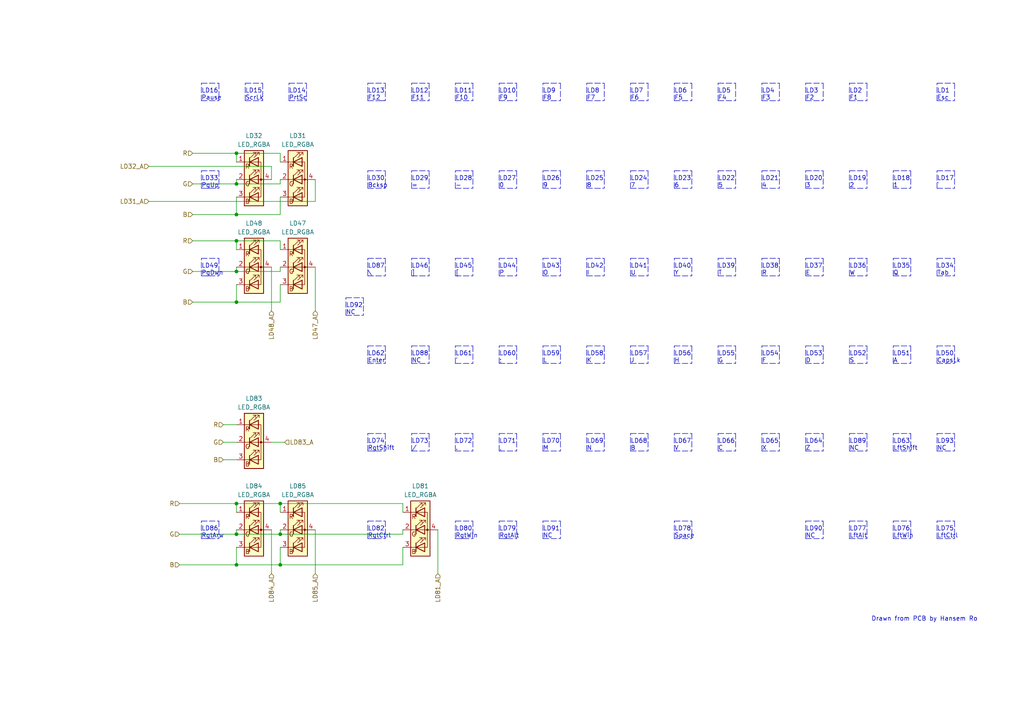
<source format=kicad_sch>
(kicad_sch (version 20211123) (generator eeschema)
  (paper "A4")
  (lib_symbols
    (symbol "Device:LED_RGBA" (pin_names (offset 0) hide)
      (property "Reference" "D" (at 0 9.398 0))
      (property "Value" "LED_RGBA" (at 0 -8.89 0))
      (symbol "LED_RGBA_0_0"
        (text "B" (at -1.905 -6.35 0) (effects (font (size 1.27 1.27))))
        (text "G" (at -1.905 -1.27 0) (effects (font (size 1.27 1.27))))
        (text "R" (at -1.905 3.81 0) (effects (font (size 1.27 1.27))))
      )
      (symbol "LED_RGBA_0_1"
        (polyline (pts (xy -1.27 -5.08) (xy -2.54 -5.08)))
        (polyline (pts (xy -1.27 -5.08) (xy 1.27 -5.08)))
        (polyline (pts (xy -1.27 -3.81) (xy -1.27 -6.35)) (stroke (width 0.254)))
        (polyline (pts (xy -1.27 0) (xy -2.54 0)))
        (polyline (pts (xy -1.27 1.27) (xy -1.27 -1.27)) (stroke (width 0.254)))
        (polyline (pts (xy -1.27 5.08) (xy -2.54 5.08)))
        (polyline (pts (xy -1.27 5.08) (xy 1.27 5.08)))
        (polyline (pts (xy -1.27 6.35) (xy -1.27 3.81)) (stroke (width 0.254)))
        (polyline (pts (xy 1.27 0) (xy -1.27 0)))
        (polyline (pts (xy 1.27 0) (xy 2.54 0)))
        (polyline (pts (xy -1.27 1.27) (xy -1.27 -1.27) (xy -1.27 -1.27)))
        (polyline (pts (xy -1.27 6.35) (xy -1.27 3.81) (xy -1.27 3.81)))
        (polyline (pts (xy 1.27 -5.08) (xy 2.032 -5.08) (xy 2.032 5.08) (xy 1.27 5.08)))
        (polyline (pts (xy 1.27 -3.81) (xy 1.27 -6.35) (xy -1.27 -5.08) (xy 1.27 -3.81)) (stroke (width 0.254)))
        (polyline (pts (xy 1.27 1.27) (xy 1.27 -1.27) (xy -1.27 0) (xy 1.27 1.27)) (stroke (width 0.254)))
        (polyline (pts (xy 1.27 6.35) (xy 1.27 3.81) (xy -1.27 5.08) (xy 1.27 6.35)) (stroke (width 0.254)))
        (polyline (pts (xy -1.016 -3.81) (xy 0.508 -2.286) (xy -0.254 -2.286) (xy 0.508 -2.286) (xy 0.508 -3.048)))
        (polyline (pts (xy -1.016 1.27) (xy 0.508 2.794) (xy -0.254 2.794) (xy 0.508 2.794) (xy 0.508 2.032)))
        (polyline (pts (xy -1.016 6.35) (xy 0.508 7.874) (xy -0.254 7.874) (xy 0.508 7.874) (xy 0.508 7.112)))
        (polyline (pts (xy 0 -3.81) (xy 1.524 -2.286) (xy 0.762 -2.286) (xy 1.524 -2.286) (xy 1.524 -3.048)))
        (polyline (pts (xy 0 1.27) (xy 1.524 2.794) (xy 0.762 2.794) (xy 1.524 2.794) (xy 1.524 2.032)))
        (polyline (pts (xy 0 6.35) (xy 1.524 7.874) (xy 0.762 7.874) (xy 1.524 7.874) (xy 1.524 7.112)))
        (rectangle (start 1.27 -1.27) (end 1.27 1.27))
        (rectangle (start 1.27 1.27) (end 1.27 1.27))
        (rectangle (start 1.27 3.81) (end 1.27 6.35))
        (rectangle (start 1.27 6.35) (end 1.27 6.35))
        (circle (center 2.032 0) (radius 0.254) (fill (type outline)))
        (rectangle (start 2.794 8.382) (end -2.794 -7.62) (stroke (width 0.254)) (fill (type background)))
      )
      (symbol "LED_RGBA_1_1"
        (pin passive line (at -5.08 5.08 0) (length 2.54) (name "RK") (number "1"))
        (pin passive line (at -5.08 0 0) (length 2.54) (name "GK") (number "2"))
        (pin passive line (at -5.08 -5.08 0) (length 2.54) (name "BK") (number "3"))
        (pin passive line (at 5.08 0 180) (length 2.54) (name "A") (number "4"))
      )
    )
  )
  (junction (at 68.58 154.94))
  (junction (at 68.58 163.83))
  (junction (at 68.58 44.45))
  (junction (at 81.28 146.05))
  (junction (at 81.28 163.83))
  (junction (at 68.58 62.23))
  (junction (at 68.58 69.85))
  (junction (at 68.58 53.34))
  (junction (at 68.58 146.05))
  (junction (at 68.58 78.74))
  (junction (at 68.58 87.63))
  (junction (at 81.28 154.94))
  (wire (pts (xy 68.58 44.45) (xy 68.58 46.99)))
  (polyline (pts (xy 213.36 74.93) (xy 213.36 80.01)))
  (wire (pts (xy 68.58 57.15) (xy 68.58 62.23)))
  (polyline (pts (xy 170.18 54.61) (xy 175.26 54.61)))
  (polyline (pts (xy 162.56 100.33) (xy 162.56 105.41)))
  (polyline (pts (xy 271.78 105.41) (xy 271.78 100.33)))
  (polyline (pts (xy 119.38 54.61) (xy 124.46 54.61)))
  (wire (pts (xy 43.18 58.42) (xy 91.44 58.42)))
  (polyline (pts (xy 124.46 100.33) (xy 124.46 105.41)))
  (polyline (pts (xy 259.08 125.73) (xy 264.16 125.73)))
  (wire (pts (xy 91.44 77.47) (xy 91.44 90.17)))
  (polyline (pts (xy 106.68 49.53) (xy 111.76 49.53)))
  (polyline (pts (xy 132.08 80.01) (xy 137.16 80.01)))
  (polyline (pts (xy 213.36 49.53) (xy 213.36 54.61)))
  (polyline (pts (xy 208.28 29.21) (xy 213.36 29.21)))
  (polyline (pts (xy 157.48 156.21) (xy 162.56 156.21)))
  (polyline (pts (xy 220.98 24.13) (xy 226.06 24.13)))
  (polyline (pts (xy 106.68 29.21) (xy 111.76 29.21)))
  (polyline (pts (xy 144.78 74.93) (xy 149.86 74.93)))
  (wire (pts (xy 81.28 154.94) (xy 116.84 154.94)))
  (wire (pts (xy 68.58 158.75) (xy 68.58 163.83)))
  (polyline (pts (xy 195.58 80.01) (xy 200.66 80.01)))
  (polyline (pts (xy 195.58 105.41) (xy 195.58 100.33)))
  (polyline (pts (xy 106.68 125.73) (xy 111.76 125.73)))
  (polyline (pts (xy 157.48 125.73) (xy 162.56 125.73)))
  (polyline (pts (xy 132.08 130.81) (xy 137.16 130.81)))
  (polyline (pts (xy 220.98 105.41) (xy 226.06 105.41)))
  (polyline (pts (xy 182.88 74.93) (xy 187.96 74.93)))
  (polyline (pts (xy 144.78 130.81) (xy 149.86 130.81)))
  (polyline (pts (xy 246.38 100.33) (xy 251.46 100.33)))
  (polyline (pts (xy 220.98 130.81) (xy 220.98 125.73)))
  (polyline (pts (xy 213.36 100.33) (xy 213.36 105.41)))
  (wire (pts (xy 116.84 154.94) (xy 116.84 153.67)))
  (polyline (pts (xy 149.86 74.93) (xy 149.86 80.01)))
  (polyline (pts (xy 137.16 125.73) (xy 137.16 130.81)))
  (polyline (pts (xy 170.18 74.93) (xy 175.26 74.93)))
  (polyline (pts (xy 220.98 74.93) (xy 226.06 74.93)))
  (polyline (pts (xy 246.38 105.41) (xy 246.38 100.33)))
  (polyline (pts (xy 182.88 29.21) (xy 187.96 29.21)))
  (polyline (pts (xy 246.38 54.61) (xy 251.46 54.61)))
  (wire (pts (xy 68.58 69.85) (xy 81.28 69.85)))
  (wire (pts (xy 68.58 87.63) (xy 81.28 87.63)))
  (polyline (pts (xy 200.66 49.53) (xy 200.66 54.61)))
  (polyline (pts (xy 106.68 54.61) (xy 106.68 49.53)))
  (polyline (pts (xy 144.78 105.41) (xy 149.86 105.41)))
  (polyline (pts (xy 71.12 24.13) (xy 76.2 24.13)))
  (polyline (pts (xy 233.68 151.13) (xy 238.76 151.13)))
  (polyline (pts (xy 208.28 29.21) (xy 208.28 24.13)))
  (polyline (pts (xy 144.78 49.53) (xy 149.86 49.53)))
  (polyline (pts (xy 271.78 80.01) (xy 276.86 80.01)))
  (polyline (pts (xy 137.16 49.53) (xy 137.16 54.61)))
  (polyline (pts (xy 119.38 29.21) (xy 124.46 29.21)))
  (polyline (pts (xy 170.18 130.81) (xy 170.18 125.73)))
  (polyline (pts (xy 132.08 74.93) (xy 137.16 74.93)))
  (wire (pts (xy 55.88 53.34) (xy 68.58 53.34)))
  (polyline (pts (xy 259.08 54.61) (xy 264.16 54.61)))
  (polyline (pts (xy 271.78 80.01) (xy 271.78 74.93)))
  (polyline (pts (xy 58.42 24.13) (xy 63.5 24.13)))
  (polyline (pts (xy 220.98 130.81) (xy 226.06 130.81)))
  (polyline (pts (xy 200.66 100.33) (xy 200.66 105.41)))
  (polyline (pts (xy 137.16 151.13) (xy 137.16 156.21)))
  (polyline (pts (xy 132.08 49.53) (xy 137.16 49.53)))
  (wire (pts (xy 78.74 77.47) (xy 78.74 90.17)))
  (polyline (pts (xy 208.28 49.53) (xy 213.36 49.53)))
  (wire (pts (xy 52.07 146.05) (xy 68.58 146.05)))
  (polyline (pts (xy 119.38 125.73) (xy 124.46 125.73)))
  (polyline (pts (xy 175.26 49.53) (xy 175.26 54.61)))
  (polyline (pts (xy 132.08 105.41) (xy 132.08 100.33)))
  (wire (pts (xy 64.77 133.35) (xy 68.58 133.35)))
  (polyline (pts (xy 132.08 29.21) (xy 132.08 24.13)))
  (wire (pts (xy 55.88 44.45) (xy 68.58 44.45)))
  (polyline (pts (xy 182.88 105.41) (xy 182.88 100.33)))
  (polyline (pts (xy 149.86 49.53) (xy 149.86 54.61)))
  (polyline (pts (xy 132.08 156.21) (xy 137.16 156.21)))
  (polyline (pts (xy 264.16 74.93) (xy 264.16 80.01)))
  (polyline (pts (xy 271.78 54.61) (xy 276.86 54.61)))
  (polyline (pts (xy 251.46 151.13) (xy 251.46 156.21)))
  (polyline (pts (xy 119.38 49.53) (xy 124.46 49.53)))
  (polyline (pts (xy 246.38 130.81) (xy 251.46 130.81)))
  (wire (pts (xy 68.58 44.45) (xy 81.28 44.45)))
  (polyline (pts (xy 233.68 156.21) (xy 238.76 156.21)))
  (polyline (pts (xy 271.78 24.13) (xy 276.86 24.13)))
  (wire (pts (xy 43.18 48.26) (xy 78.74 48.26)))
  (polyline (pts (xy 170.18 24.13) (xy 175.26 24.13)))
  (polyline (pts (xy 246.38 24.13) (xy 251.46 24.13)))
  (polyline (pts (xy 264.16 125.73) (xy 264.16 130.81)))
  (polyline (pts (xy 200.66 74.93) (xy 200.66 80.01)))
  (polyline (pts (xy 208.28 130.81) (xy 213.36 130.81)))
  (polyline (pts (xy 271.78 54.61) (xy 271.78 49.53)))
  (polyline (pts (xy 144.78 156.21) (xy 144.78 151.13)))
  (polyline (pts (xy 246.38 74.93) (xy 251.46 74.93)))
  (polyline (pts (xy 124.46 125.73) (xy 124.46 130.81)))
  (wire (pts (xy 116.84 163.83) (xy 116.84 158.75)))
  (polyline (pts (xy 170.18 54.61) (xy 170.18 49.53)))
  (polyline (pts (xy 162.56 151.13) (xy 162.56 156.21)))
  (polyline (pts (xy 106.68 74.93) (xy 111.76 74.93)))
  (polyline (pts (xy 157.48 29.21) (xy 162.56 29.21)))
  (polyline (pts (xy 58.42 156.21) (xy 58.42 151.13)))
  (polyline (pts (xy 106.68 130.81) (xy 106.68 125.73)))
  (polyline (pts (xy 119.38 74.93) (xy 124.46 74.93)))
  (polyline (pts (xy 233.68 54.61) (xy 233.68 49.53)))
  (polyline (pts (xy 259.08 156.21) (xy 264.16 156.21)))
  (polyline (pts (xy 157.48 130.81) (xy 157.48 125.73)))
  (polyline (pts (xy 208.28 130.81) (xy 208.28 125.73)))
  (polyline (pts (xy 220.98 54.61) (xy 226.06 54.61)))
  (polyline (pts (xy 213.36 24.13) (xy 213.36 29.21)))
  (polyline (pts (xy 195.58 29.21) (xy 200.66 29.21)))
  (wire (pts (xy 55.88 69.85) (xy 68.58 69.85)))
  (polyline (pts (xy 137.16 100.33) (xy 137.16 105.41)))
  (polyline (pts (xy 233.68 105.41) (xy 233.68 100.33)))
  (polyline (pts (xy 246.38 156.21) (xy 251.46 156.21)))
  (polyline (pts (xy 132.08 29.21) (xy 137.16 29.21)))
  (polyline (pts (xy 187.96 49.53) (xy 187.96 54.61)))
  (polyline (pts (xy 144.78 29.21) (xy 149.86 29.21)))
  (polyline (pts (xy 271.78 100.33) (xy 276.86 100.33)))
  (polyline (pts (xy 58.42 80.01) (xy 63.5 80.01)))
  (polyline (pts (xy 271.78 105.41) (xy 276.86 105.41)))
  (polyline (pts (xy 238.76 125.73) (xy 238.76 130.81)))
  (polyline (pts (xy 246.38 29.21) (xy 246.38 24.13)))
  (polyline (pts (xy 132.08 151.13) (xy 137.16 151.13)))
  (polyline (pts (xy 246.38 130.81) (xy 246.38 125.73)))
  (polyline (pts (xy 226.06 74.93) (xy 226.06 80.01)))
  (polyline (pts (xy 246.38 29.21) (xy 251.46 29.21)))
  (polyline (pts (xy 238.76 151.13) (xy 238.76 156.21)))
  (polyline (pts (xy 119.38 130.81) (xy 119.38 125.73)))
  (polyline (pts (xy 106.68 80.01) (xy 111.76 80.01)))
  (polyline (pts (xy 233.68 156.21) (xy 233.68 151.13)))
  (wire (pts (xy 68.58 78.74) (xy 81.28 78.74)))
  (polyline (pts (xy 276.86 49.53) (xy 276.86 54.61)))
  (polyline (pts (xy 195.58 54.61) (xy 195.58 49.53)))
  (polyline (pts (xy 233.68 24.13) (xy 238.76 24.13)))
  (polyline (pts (xy 58.42 151.13) (xy 63.5 151.13)))
  (polyline (pts (xy 175.26 24.13) (xy 175.26 29.21)))
  (polyline (pts (xy 76.2 24.13) (xy 76.2 29.21)))
  (polyline (pts (xy 71.12 29.21) (xy 71.12 24.13)))
  (polyline (pts (xy 195.58 29.21) (xy 195.58 24.13)))
  (wire (pts (xy 52.07 163.83) (xy 68.58 163.83)))
  (polyline (pts (xy 144.78 29.21) (xy 144.78 24.13)))
  (polyline (pts (xy 144.78 80.01) (xy 144.78 74.93)))
  (polyline (pts (xy 259.08 130.81) (xy 264.16 130.81)))
  (polyline (pts (xy 63.5 151.13) (xy 63.5 156.21)))
  (polyline (pts (xy 182.88 49.53) (xy 187.96 49.53)))
  (polyline (pts (xy 220.98 29.21) (xy 220.98 24.13)))
  (polyline (pts (xy 149.86 125.73) (xy 149.86 130.81)))
  (wire (pts (xy 78.74 153.67) (xy 78.74 166.37)))
  (polyline (pts (xy 220.98 54.61) (xy 220.98 49.53)))
  (polyline (pts (xy 276.86 24.13) (xy 276.86 29.21)))
  (polyline (pts (xy 233.68 29.21) (xy 233.68 24.13)))
  (polyline (pts (xy 119.38 100.33) (xy 124.46 100.33)))
  (polyline (pts (xy 100.33 91.44) (xy 105.41 91.44)))
  (polyline (pts (xy 238.76 24.13) (xy 238.76 29.21)))
  (wire (pts (xy 81.28 154.94) (xy 81.28 153.67)))
  (polyline (pts (xy 149.86 24.13) (xy 149.86 29.21)))
  (polyline (pts (xy 58.42 29.21) (xy 58.42 24.13)))
  (polyline (pts (xy 106.68 105.41) (xy 111.76 105.41)))
  (polyline (pts (xy 271.78 125.73) (xy 276.86 125.73)))
  (polyline (pts (xy 226.06 49.53) (xy 226.06 54.61)))
  (polyline (pts (xy 157.48 156.21) (xy 157.48 151.13)))
  (polyline (pts (xy 182.88 29.21) (xy 182.88 24.13)))
  (polyline (pts (xy 208.28 80.01) (xy 213.36 80.01)))
  (polyline (pts (xy 187.96 74.93) (xy 187.96 80.01)))
  (wire (pts (xy 68.58 52.07) (xy 68.58 53.34)))
  (polyline (pts (xy 58.42 54.61) (xy 58.42 49.53)))
  (polyline (pts (xy 106.68 24.13) (xy 111.76 24.13)))
  (polyline (pts (xy 220.98 29.21) (xy 226.06 29.21)))
  (polyline (pts (xy 58.42 54.61) (xy 63.5 54.61)))
  (polyline (pts (xy 259.08 54.61) (xy 259.08 49.53)))
  (polyline (pts (xy 208.28 24.13) (xy 213.36 24.13)))
  (wire (pts (xy 81.28 146.05) (xy 116.84 146.05)))
  (polyline (pts (xy 187.96 125.73) (xy 187.96 130.81)))
  (polyline (pts (xy 157.48 29.21) (xy 157.48 24.13)))
  (polyline (pts (xy 220.98 125.73) (xy 226.06 125.73)))
  (polyline (pts (xy 162.56 49.53) (xy 162.56 54.61)))
  (polyline (pts (xy 132.08 24.13) (xy 137.16 24.13)))
  (wire (pts (xy 52.07 154.94) (xy 68.58 154.94)))
  (wire (pts (xy 78.74 128.27) (xy 82.55 128.27)))
  (wire (pts (xy 81.28 78.74) (xy 81.28 77.47)))
  (polyline (pts (xy 175.26 100.33) (xy 175.26 105.41)))
  (polyline (pts (xy 233.68 29.21) (xy 238.76 29.21)))
  (polyline (pts (xy 157.48 54.61) (xy 157.48 49.53)))
  (polyline (pts (xy 276.86 151.13) (xy 276.86 156.21)))
  (polyline (pts (xy 259.08 151.13) (xy 264.16 151.13)))
  (polyline (pts (xy 132.08 125.73) (xy 137.16 125.73)))
  (polyline (pts (xy 124.46 49.53) (xy 124.46 54.61)))
  (polyline (pts (xy 63.5 24.13) (xy 63.5 29.21)))
  (polyline (pts (xy 149.86 151.13) (xy 149.86 156.21)))
  (polyline (pts (xy 271.78 151.13) (xy 276.86 151.13)))
  (polyline (pts (xy 157.48 100.33) (xy 162.56 100.33)))
  (polyline (pts (xy 144.78 125.73) (xy 149.86 125.73)))
  (polyline (pts (xy 182.88 54.61) (xy 182.88 49.53)))
  (polyline (pts (xy 246.38 125.73) (xy 251.46 125.73)))
  (wire (pts (xy 68.58 77.47) (xy 68.58 78.74)))
  (polyline (pts (xy 271.78 156.21) (xy 271.78 151.13)))
  (wire (pts (xy 78.74 52.07) (xy 78.74 48.26)))
  (polyline (pts (xy 251.46 49.53) (xy 251.46 54.61)))
  (polyline (pts (xy 132.08 80.01) (xy 132.08 74.93)))
  (polyline (pts (xy 264.16 49.53) (xy 264.16 54.61)))
  (polyline (pts (xy 251.46 74.93) (xy 251.46 80.01)))
  (wire (pts (xy 81.28 163.83) (xy 116.84 163.83)))
  (polyline (pts (xy 119.38 80.01) (xy 119.38 74.93)))
  (polyline (pts (xy 182.88 80.01) (xy 187.96 80.01)))
  (polyline (pts (xy 71.12 29.21) (xy 76.2 29.21)))
  (polyline (pts (xy 106.68 151.13) (xy 111.76 151.13)))
  (polyline (pts (xy 208.28 80.01) (xy 208.28 74.93)))
  (polyline (pts (xy 58.42 80.01) (xy 58.42 74.93)))
  (polyline (pts (xy 233.68 130.81) (xy 238.76 130.81)))
  (polyline (pts (xy 208.28 105.41) (xy 213.36 105.41)))
  (wire (pts (xy 81.28 46.99) (xy 81.28 44.45)))
  (polyline (pts (xy 157.48 105.41) (xy 162.56 105.41)))
  (polyline (pts (xy 271.78 156.21) (xy 276.86 156.21)))
  (polyline (pts (xy 83.82 24.13) (xy 88.9 24.13)))
  (polyline (pts (xy 233.68 80.01) (xy 238.76 80.01)))
  (polyline (pts (xy 132.08 105.41) (xy 137.16 105.41)))
  (polyline (pts (xy 187.96 100.33) (xy 187.96 105.41)))
  (polyline (pts (xy 208.28 54.61) (xy 208.28 49.53)))
  (polyline (pts (xy 100.33 86.36) (xy 105.41 86.36)))
  (polyline (pts (xy 157.48 151.13) (xy 162.56 151.13)))
  (polyline (pts (xy 259.08 105.41) (xy 264.16 105.41)))
  (polyline (pts (xy 170.18 29.21) (xy 170.18 24.13)))
  (polyline (pts (xy 195.58 80.01) (xy 195.58 74.93)))
  (polyline (pts (xy 175.26 74.93) (xy 175.26 80.01)))
  (polyline (pts (xy 251.46 100.33) (xy 251.46 105.41)))
  (polyline (pts (xy 238.76 49.53) (xy 238.76 54.61)))
  (polyline (pts (xy 149.86 100.33) (xy 149.86 105.41)))
  (polyline (pts (xy 208.28 54.61) (xy 213.36 54.61)))
  (wire (pts (xy 91.44 52.07) (xy 91.44 58.42)))
  (polyline (pts (xy 264.16 100.33) (xy 264.16 105.41)))
  (wire (pts (xy 55.88 78.74) (xy 68.58 78.74)))
  (polyline (pts (xy 246.38 80.01) (xy 251.46 80.01)))
  (wire (pts (xy 81.28 163.83) (xy 81.28 158.75)))
  (polyline (pts (xy 106.68 80.01) (xy 106.68 74.93)))
  (polyline (pts (xy 132.08 100.33) (xy 137.16 100.33)))
  (polyline (pts (xy 162.56 125.73) (xy 162.56 130.81)))
  (polyline (pts (xy 157.48 80.01) (xy 162.56 80.01)))
  (polyline (pts (xy 63.5 49.53) (xy 63.5 54.61)))
  (polyline (pts (xy 157.48 49.53) (xy 162.56 49.53)))
  (polyline (pts (xy 58.42 29.21) (xy 63.5 29.21)))
  (polyline (pts (xy 195.58 156.21) (xy 195.58 151.13)))
  (polyline (pts (xy 233.68 80.01) (xy 233.68 74.93)))
  (polyline (pts (xy 271.78 29.21) (xy 276.86 29.21)))
  (polyline (pts (xy 111.76 100.33) (xy 111.76 105.41)))
  (polyline (pts (xy 200.66 151.13) (xy 200.66 156.21)))
  (polyline (pts (xy 106.68 130.81) (xy 111.76 130.81)))
  (polyline (pts (xy 195.58 151.13) (xy 200.66 151.13)))
  (polyline (pts (xy 246.38 151.13) (xy 251.46 151.13)))
  (polyline (pts (xy 170.18 105.41) (xy 170.18 100.33)))
  (polyline (pts (xy 58.42 156.21) (xy 63.5 156.21)))
  (polyline (pts (xy 157.48 74.93) (xy 162.56 74.93)))
  (wire (pts (xy 81.28 146.05) (xy 81.28 148.59)))
  (polyline (pts (xy 119.38 29.21) (xy 119.38 24.13)))
  (polyline (pts (xy 144.78 151.13) (xy 149.86 151.13)))
  (polyline (pts (xy 246.38 156.21) (xy 246.38 151.13)))
  (polyline (pts (xy 259.08 80.01) (xy 259.08 74.93)))
  (polyline (pts (xy 58.42 49.53) (xy 63.5 49.53)))
  (polyline (pts (xy 105.41 86.36) (xy 105.41 91.44)))
  (polyline (pts (xy 259.08 74.93) (xy 264.16 74.93)))
  (polyline (pts (xy 233.68 130.81) (xy 233.68 125.73)))
  (polyline (pts (xy 259.08 156.21) (xy 259.08 151.13)))
  (polyline (pts (xy 246.38 80.01) (xy 246.38 74.93)))
  (polyline (pts (xy 132.08 156.21) (xy 132.08 151.13)))
  (wire (pts (xy 91.44 153.67) (xy 91.44 166.37)))
  (polyline (pts (xy 233.68 74.93) (xy 238.76 74.93)))
  (polyline (pts (xy 259.08 100.33) (xy 264.16 100.33)))
  (polyline (pts (xy 157.48 54.61) (xy 162.56 54.61)))
  (polyline (pts (xy 111.76 125.73) (xy 111.76 130.81)))
  (polyline (pts (xy 157.48 105.41) (xy 157.48 100.33)))
  (polyline (pts (xy 182.88 105.41) (xy 187.96 105.41)))
  (polyline (pts (xy 144.78 130.81) (xy 144.78 125.73)))
  (polyline (pts (xy 226.06 100.33) (xy 226.06 105.41)))
  (polyline (pts (xy 259.08 130.81) (xy 259.08 125.73)))
  (polyline (pts (xy 238.76 74.93) (xy 238.76 80.01)))
  (polyline (pts (xy 195.58 24.13) (xy 200.66 24.13)))
  (polyline (pts (xy 259.08 105.41) (xy 259.08 100.33)))
  (wire (pts (xy 81.28 72.39) (xy 81.28 69.85)))
  (polyline (pts (xy 170.18 125.73) (xy 175.26 125.73)))
  (wire (pts (xy 68.58 163.83) (xy 81.28 163.83)))
  (polyline (pts (xy 119.38 80.01) (xy 124.46 80.01)))
  (polyline (pts (xy 162.56 74.93) (xy 162.56 80.01)))
  (wire (pts (xy 81.28 53.34) (xy 81.28 52.07)))
  (polyline (pts (xy 246.38 49.53) (xy 251.46 49.53)))
  (polyline (pts (xy 233.68 100.33) (xy 238.76 100.33)))
  (polyline (pts (xy 137.16 74.93) (xy 137.16 80.01)))
  (polyline (pts (xy 106.68 105.41) (xy 106.68 100.33)))
  (wire (pts (xy 68.58 82.55) (xy 68.58 87.63)))
  (polyline (pts (xy 88.9 24.13) (xy 88.9 29.21)))
  (polyline (pts (xy 83.82 29.21) (xy 88.9 29.21)))
  (polyline (pts (xy 182.88 125.73) (xy 187.96 125.73)))
  (polyline (pts (xy 144.78 156.21) (xy 149.86 156.21)))
  (polyline (pts (xy 119.38 130.81) (xy 124.46 130.81)))
  (polyline (pts (xy 106.68 100.33) (xy 111.76 100.33)))
  (polyline (pts (xy 111.76 74.93) (xy 111.76 80.01)))
  (wire (pts (xy 64.77 128.27) (xy 68.58 128.27)))
  (polyline (pts (xy 106.68 156.21) (xy 111.76 156.21)))
  (wire (pts (xy 55.88 62.23) (xy 68.58 62.23)))
  (polyline (pts (xy 271.78 130.81) (xy 276.86 130.81)))
  (polyline (pts (xy 170.18 130.81) (xy 175.26 130.81)))
  (polyline (pts (xy 195.58 130.81) (xy 195.58 125.73)))
  (polyline (pts (xy 233.68 125.73) (xy 238.76 125.73)))
  (polyline (pts (xy 195.58 130.81) (xy 200.66 130.81)))
  (polyline (pts (xy 175.26 125.73) (xy 175.26 130.81)))
  (polyline (pts (xy 170.18 29.21) (xy 175.26 29.21)))
  (polyline (pts (xy 157.48 80.01) (xy 157.48 74.93)))
  (polyline (pts (xy 182.88 100.33) (xy 187.96 100.33)))
  (wire (pts (xy 68.58 154.94) (xy 81.28 154.94)))
  (polyline (pts (xy 170.18 49.53) (xy 175.26 49.53)))
  (polyline (pts (xy 170.18 80.01) (xy 175.26 80.01)))
  (polyline (pts (xy 226.06 24.13) (xy 226.06 29.21)))
  (polyline (pts (xy 259.08 49.53) (xy 264.16 49.53)))
  (polyline (pts (xy 157.48 130.81) (xy 162.56 130.81)))
  (polyline (pts (xy 195.58 100.33) (xy 200.66 100.33)))
  (wire (pts (xy 68.58 146.05) (xy 81.28 146.05)))
  (wire (pts (xy 68.58 53.34) (xy 81.28 53.34)))
  (polyline (pts (xy 259.08 80.01) (xy 264.16 80.01)))
  (polyline (pts (xy 106.68 29.21) (xy 106.68 24.13)))
  (polyline (pts (xy 182.88 130.81) (xy 187.96 130.81)))
  (polyline (pts (xy 195.58 49.53) (xy 200.66 49.53)))
  (polyline (pts (xy 58.42 74.93) (xy 63.5 74.93)))
  (polyline (pts (xy 132.08 130.81) (xy 132.08 125.73)))
  (wire (pts (xy 64.77 123.19) (xy 68.58 123.19)))
  (polyline (pts (xy 195.58 54.61) (xy 200.66 54.61)))
  (polyline (pts (xy 246.38 105.41) (xy 251.46 105.41)))
  (polyline (pts (xy 100.33 91.44) (xy 100.33 86.36)))
  (polyline (pts (xy 119.38 54.61) (xy 119.38 49.53)))
  (polyline (pts (xy 182.88 130.81) (xy 182.88 125.73)))
  (polyline (pts (xy 83.82 29.21) (xy 83.82 24.13)))
  (polyline (pts (xy 271.78 29.21) (xy 271.78 24.13)))
  (polyline (pts (xy 144.78 80.01) (xy 149.86 80.01)))
  (polyline (pts (xy 182.88 54.61) (xy 187.96 54.61)))
  (polyline (pts (xy 144.78 105.41) (xy 144.78 100.33)))
  (polyline (pts (xy 208.28 74.93) (xy 213.36 74.93)))
  (polyline (pts (xy 220.98 105.41) (xy 220.98 100.33)))
  (polyline (pts (xy 200.66 125.73) (xy 200.66 130.81)))
  (polyline (pts (xy 162.56 24.13) (xy 162.56 29.21)))
  (wire (pts (xy 55.88 87.63) (xy 68.58 87.63)))
  (wire (pts (xy 81.28 62.23) (xy 81.28 57.15)))
  (polyline (pts (xy 144.78 24.13) (xy 149.86 24.13)))
  (polyline (pts (xy 195.58 74.93) (xy 200.66 74.93)))
  (polyline (pts (xy 119.38 105.41) (xy 119.38 100.33)))
  (polyline (pts (xy 271.78 49.53) (xy 276.86 49.53)))
  (polyline (pts (xy 220.98 49.53) (xy 226.06 49.53)))
  (polyline (pts (xy 187.96 24.13) (xy 187.96 29.21)))
  (polyline (pts (xy 238.76 100.33) (xy 238.76 105.41)))
  (polyline (pts (xy 271.78 74.93) (xy 276.86 74.93)))
  (polyline (pts (xy 208.28 125.73) (xy 213.36 125.73)))
  (polyline (pts (xy 195.58 156.21) (xy 200.66 156.21)))
  (polyline (pts (xy 233.68 54.61) (xy 238.76 54.61)))
  (polyline (pts (xy 233.68 105.41) (xy 238.76 105.41)))
  (polyline (pts (xy 233.68 49.53) (xy 238.76 49.53)))
  (polyline (pts (xy 220.98 80.01) (xy 220.98 74.93)))
  (polyline (pts (xy 195.58 105.41) (xy 200.66 105.41)))
  (polyline (pts (xy 111.76 29.21) (xy 110.49 29.21)))
  (wire (pts (xy 68.58 69.85) (xy 68.58 72.39)))
  (wire (pts (xy 116.84 146.05) (xy 116.84 148.59)))
  (polyline (pts (xy 124.46 74.93) (xy 124.46 80.01)))
  (polyline (pts (xy 251.46 125.73) (xy 251.46 130.81)))
  (polyline (pts (xy 208.28 100.33) (xy 213.36 100.33)))
  (polyline (pts (xy 106.68 156.21) (xy 106.68 151.13)))
  (polyline (pts (xy 170.18 105.41) (xy 175.26 105.41)))
  (polyline (pts (xy 182.88 24.13) (xy 187.96 24.13)))
  (polyline (pts (xy 208.28 105.41) (xy 208.28 100.33)))
  (polyline (pts (xy 137.16 24.13) (xy 137.16 29.21)))
  (wire (pts (xy 127 153.67) (xy 127 166.37)))
  (polyline (pts (xy 276.86 74.93) (xy 276.86 80.01)))
  (polyline (pts (xy 220.98 100.33) (xy 226.06 100.33)))
  (polyline (pts (xy 182.88 80.01) (xy 182.88 74.93)))
  (polyline (pts (xy 119.38 24.13) (xy 124.46 24.13)))
  (polyline (pts (xy 144.78 100.33) (xy 149.86 100.33)))
  (polyline (pts (xy 124.46 24.13) (xy 124.46 29.21)))
  (polyline (pts (xy 246.38 54.61) (xy 246.38 49.53)))
  (wire (pts (xy 68.58 148.59) (xy 68.58 146.05)))
  (polyline (pts (xy 106.68 54.61) (xy 111.76 54.61)))
  (polyline (pts (xy 157.48 24.13) (xy 162.56 24.13)))
  (polyline (pts (xy 220.98 80.01) (xy 226.06 80.01)))
  (wire (pts (xy 68.58 62.23) (xy 81.28 62.23)))
  (polyline (pts (xy 276.86 125.73) (xy 276.86 130.81)))
  (polyline (pts (xy 144.78 54.61) (xy 149.86 54.61)))
  (polyline (pts (xy 63.5 74.93) (xy 63.5 80.01)))
  (polyline (pts (xy 264.16 151.13) (xy 264.16 156.21)))
  (polyline (pts (xy 132.08 54.61) (xy 132.08 49.53)))
  (wire (pts (xy 81.28 87.63) (xy 81.28 82.55)))
  (polyline (pts (xy 276.86 100.33) (xy 276.86 105.41)))
  (polyline (pts (xy 111.76 49.53) (xy 111.76 54.61)))
  (polyline (pts (xy 195.58 125.73) (xy 200.66 125.73)))
  (polyline (pts (xy 132.08 54.61) (xy 137.16 54.61)))
  (polyline (pts (xy 271.78 130.81) (xy 271.78 125.73)))
  (polyline (pts (xy 170.18 80.01) (xy 170.18 74.93)))
  (polyline (pts (xy 144.78 54.61) (xy 144.78 49.53)))
  (polyline (pts (xy 170.18 100.33) (xy 175.26 100.33)))
  (polyline (pts (xy 119.38 105.41) (xy 124.46 105.41)))
  (polyline (pts (xy 213.36 125.73) (xy 213.36 130.81)))
  (polyline (pts (xy 200.66 24.13) (xy 200.66 29.21)))
  (polyline (pts (xy 226.06 125.73) (xy 226.06 130.81)))
  (polyline (pts (xy 111.76 24.13) (xy 111.76 29.21)))
  (polyline (pts (xy 251.46 24.13) (xy 251.46 29.21)))
  (wire (pts (xy 68.58 153.67) (xy 68.58 154.94)))
  (polyline (pts (xy 111.76 151.13) (xy 111.76 156.21)))
  (text "LD17\n`" (at 271.78 54.61 0) (effects (font (size 1.27 1.27)) (justify left bottom)))
  (text "LD36\nW" (at 246.38 80.01 0) (effects (font (size 1.27 1.27)) (justify left bottom)))
  (text "LD15\nScrLk" (at 71.12 29.21 0) (effects (font (size 1.27 1.27)) (justify left bottom)))
  (text "LD8\nF7" (at 170.18 29.21 0) (effects (font (size 1.27 1.27)) (justify left bottom)))
  (text "LD44\nP" (at 144.78 80.01 0) (effects (font (size 1.27 1.27)) (justify left bottom)))
  (text "LD22\n5" (at 208.28 54.61 0) (effects (font (size 1.27 1.27)) (justify left bottom)))
  (text "Drawn from PCB by Hansem Ro" (at 252.73 180.34 0) (effects (font (size 1.27 1.27)) (justify left bottom)))
  (text "LD5\nF4" (at 208.28 29.21 0) (effects (font (size 1.27 1.27)) (justify left bottom)))
  (text "LD93\nNC" (at 271.78 130.81 0) (effects (font (size 1.27 1.27)) (justify left bottom)))
  (text "LD40\nY" (at 195.58 80.01 0) (effects (font (size 1.27 1.27)) (justify left bottom)))
  (text "LD46\n]" (at 119.38 80.01 0) (effects (font (size 1.27 1.27)) (justify left bottom)))
  (text "LD4\nF3" (at 220.98 29.21 0) (effects (font (size 1.27 1.27)) (justify left bottom)))
  (text "LD23\n6" (at 195.58 54.61 0) (effects (font (size 1.27 1.27)) (justify left bottom)))
  (text "LD76\nLftWin" (at 259.08 156.21 0) (effects (font (size 1.27 1.27)) (justify left bottom)))
  (text "LD79\nRgtAlt" (at 144.78 156.21 0) (effects (font (size 1.27 1.27)) (justify left bottom)))
  (text "LD13\nF12" (at 106.68 29.21 0) (effects (font (size 1.27 1.27)) (justify left bottom)))
  (text "LD80\nRgtWin" (at 132.08 156.21 0) (effects (font (size 1.27 1.27)) (justify left bottom)))
  (text "LD19\n2" (at 246.38 54.61 0) (effects (font (size 1.27 1.27)) (justify left bottom)))
  (text "LD78\nSpace" (at 195.58 156.21 0) (effects (font (size 1.27 1.27)) (justify left bottom)))
  (text "LD67\nV" (at 195.58 130.81 0) (effects (font (size 1.27 1.27)) (justify left bottom)))
  (text "LD92\nNC" (at 100.33 91.44 0) (effects (font (size 1.27 1.27)) (justify left bottom)))
  (text "LD9\nF8" (at 157.48 29.21 0) (effects (font (size 1.27 1.27)) (justify left bottom)))
  (text "LD64\nZ" (at 233.68 130.81 0) (effects (font (size 1.27 1.27)) (justify left bottom)))
  (text "LD60\n;" (at 144.78 105.41 0) (effects (font (size 1.27 1.27)) (justify left bottom)))
  (text "LD82\nRgtCtrl" (at 106.68 156.21 0) (effects (font (size 1.27 1.27)) (justify left bottom)))
  (text "LD25\n8" (at 170.18 54.61 0) (effects (font (size 1.27 1.27)) (justify left bottom)))
  (text "LD21\n4" (at 220.98 54.61 0) (effects (font (size 1.27 1.27)) (justify left bottom)))
  (text "LD73\n/" (at 119.38 130.81 0) (effects (font (size 1.27 1.27)) (justify left bottom)))
  (text "LD6\nF5" (at 195.58 29.21 0) (effects (font (size 1.27 1.27)) (justify left bottom)))
  (text "LD11\nF10" (at 132.08 29.21 0) (effects (font (size 1.27 1.27)) (justify left bottom)))
  (text "LD28\n-" (at 132.08 54.61 0) (effects (font (size 1.27 1.27)) (justify left bottom)))
  (text "LD16\nPause" (at 58.42 29.21 0) (effects (font (size 1.27 1.27)) (justify left bottom)))
  (text "LD51\nA" (at 259.08 105.41 0) (effects (font (size 1.27 1.27)) (justify left bottom)))
  (text "LD55\nG" (at 208.28 105.41 0) (effects (font (size 1.27 1.27)) (justify left bottom)))
  (text "LD12\nF11" (at 119.38 29.21 0) (effects (font (size 1.27 1.27)) (justify left bottom)))
  (text "LD59\nL" (at 157.48 105.41 0) (effects (font (size 1.27 1.27)) (justify left bottom)))
  (text "LD66\nC" (at 208.28 130.81 0) (effects (font (size 1.27 1.27)) (justify left bottom)))
  (text "LD33\nPgUp" (at 58.42 54.61 0) (effects (font (size 1.27 1.27)) (justify left bottom)))
  (text "LD63\nLftShift" (at 259.08 130.81 0) (effects (font (size 1.27 1.27)) (justify left bottom)))
  (text "LD1\nEsc" (at 271.78 29.21 0) (effects (font (size 1.27 1.27)) (justify left bottom)))
  (text "LD89\nNC" (at 246.38 130.81 0) (effects (font (size 1.27 1.27)) (justify left bottom)))
  (text "LD91\nNC" (at 157.48 156.21 0) (effects (font (size 1.27 1.27)) (justify left bottom)))
  (text "LD58\nK" (at 170.18 105.41 0) (effects (font (size 1.27 1.27)) (justify left bottom)))
  (text "LD69\nN" (at 170.18 130.81 0) (effects (font (size 1.27 1.27)) (justify left bottom)))
  (text "LD74\nRgtShift" (at 106.68 130.81 0) (effects (font (size 1.27 1.27)) (justify left bottom)))
  (text "LD37\nE" (at 233.68 80.01 0) (effects (font (size 1.27 1.27)) (justify left bottom)))
  (text "LD14\nPrtSc" (at 83.82 29.21 0) (effects (font (size 1.27 1.27)) (justify left bottom)))
  (text "LD10\nF9" (at 144.78 29.21 0) (effects (font (size 1.27 1.27)) (justify left bottom)))
  (text "LD72\n." (at 132.08 130.81 0) (effects (font (size 1.27 1.27)) (justify left bottom)))
  (text "LD45\n[" (at 132.08 80.01 0) (effects (font (size 1.27 1.27)) (justify left bottom)))
  (text "LD68\nB" (at 182.88 130.81 0) (effects (font (size 1.27 1.27)) (justify left bottom)))
  (text "LD29\n=" (at 119.38 54.61 0) (effects (font (size 1.27 1.27)) (justify left bottom)))
  (text "LD77\nLftAlt" (at 246.38 156.21 0) (effects (font (size 1.27 1.27)) (justify left bottom)))
  (text "LD27\n0" (at 144.78 54.61 0) (effects (font (size 1.27 1.27)) (justify left bottom)))
  (text "LD61\n'" (at 132.08 105.41 0) (effects (font (size 1.27 1.27)) (justify left bottom)))
  (text "LD54\nF" (at 220.98 105.41 0) (effects (font (size 1.27 1.27)) (justify left bottom)))
  (text "LD26\n9" (at 157.48 54.61 0) (effects (font (size 1.27 1.27)) (justify left bottom)))
  (text "LD70\nM" (at 157.48 130.81 0) (effects (font (size 1.27 1.27)) (justify left bottom)))
  (text "LD38\nR" (at 220.98 80.01 0) (effects (font (size 1.27 1.27)) (justify left bottom)))
  (text "LD42\nI" (at 170.18 80.01 0) (effects (font (size 1.27 1.27)) (justify left bottom)))
  (text "LD43\nO" (at 157.48 80.01 0) (effects (font (size 1.27 1.27)) (justify left bottom)))
  (text "LD71\n," (at 144.78 130.81 0) (effects (font (size 1.27 1.27)) (justify left bottom)))
  (text "LD90\nNC" (at 233.68 156.21 0) (effects (font (size 1.27 1.27)) (justify left bottom)))
  (text "LD41\nU" (at 182.88 80.01 0) (effects (font (size 1.27 1.27)) (justify left bottom)))
  (text "LD7\nF6" (at 182.88 29.21 0) (effects (font (size 1.27 1.27)) (justify left bottom)))
  (text "LD57\nJ" (at 182.88 105.41 0) (effects (font (size 1.27 1.27)) (justify left bottom)))
  (text "LD65\nX" (at 220.98 130.81 0) (effects (font (size 1.27 1.27)) (justify left bottom)))
  (text "LD18\n1" (at 259.08 54.61 0) (effects (font (size 1.27 1.27)) (justify left bottom)))
  (text "LD86\nRgtArw" (at 58.42 156.21 0) (effects (font (size 1.27 1.27)) (justify left bottom)))
  (text "LD87\n\\" (at 106.68 80.01 0) (effects (font (size 1.27 1.27)) (justify left bottom)))
  (text "LD39\nT" (at 208.28 80.01 0) (effects (font (size 1.27 1.27)) (justify left bottom)))
  (text "LD62\nEnter" (at 106.68 105.41 0) (effects (font (size 1.27 1.27)) (justify left bottom)))
  (text "LD49\nPgDwn" (at 58.42 80.01 0) (effects (font (size 1.27 1.27)) (justify left bottom)))
  (text "LD75\nLftCtrl" (at 271.78 156.21 0) (effects (font (size 1.27 1.27)) (justify left bottom)))
  (text "LD20\n3" (at 233.68 54.61 0) (effects (font (size 1.27 1.27)) (justify left bottom)))
  (text "LD3\nF2" (at 233.68 29.21 0) (effects (font (size 1.27 1.27)) (justify left bottom)))
  (text "LD50\nCapsLk" (at 271.78 105.41 0) (effects (font (size 1.27 1.27)) (justify left bottom)))
  (text "LD53\nD" (at 233.68 105.41 0) (effects (font (size 1.27 1.27)) (justify left bottom)))
  (text "LD30\nBcksp" (at 106.68 54.61 0) (effects (font (size 1.27 1.27)) (justify left bottom)))
  (text "LD34\nTab" (at 271.78 80.01 0) (effects (font (size 1.27 1.27)) (justify left bottom)))
  (text "LD24\n7" (at 182.88 54.61 0) (effects (font (size 1.27 1.27)) (justify left bottom)))
  (text "LD56\nH" (at 195.58 105.41 0) (effects (font (size 1.27 1.27)) (justify left bottom)))
  (text "LD52\nS" (at 246.38 105.41 0) (effects (font (size 1.27 1.27)) (justify left bottom)))
  (text "LD2\nF1" (at 246.38 29.21 0) (effects (font (size 1.27 1.27)) (justify left bottom)))
  (text "LD88\nNC" (at 119.38 105.41 0) (effects (font (size 1.27 1.27)) (justify left bottom)))
  (text "LD35\nQ" (at 259.08 80.01 0) (effects (font (size 1.27 1.27)) (justify left bottom)))
  (hierarchical_label "LD31_A" (shape input) (at 43.18 58.42 180))
  (hierarchical_label "LD48_A" (shape input) (at 78.74 90.17 270))
  (hierarchical_label "R" (shape input) (at 52.07 146.05 180))
  (hierarchical_label "B" (shape input) (at 52.07 163.83 180))
  (hierarchical_label "B" (shape input) (at 55.88 87.63 180))
  (hierarchical_label "R" (shape input) (at 55.88 69.85 180))
  (hierarchical_label "B" (shape input) (at 64.77 133.35 180))
  (hierarchical_label "G" (shape input) (at 52.07 154.94 180))
  (hierarchical_label "R" (shape input) (at 64.77 123.19 180))
  (hierarchical_label "LD32_A" (shape input) (at 43.18 48.26 180))
  (hierarchical_label "G" (shape input) (at 55.88 78.74 180))
  (hierarchical_label "LD81_A" (shape input) (at 127 166.37 270))
  (hierarchical_label "G" (shape input) (at 55.88 53.34 180))
  (hierarchical_label "LD83_A" (shape input) (at 82.55 128.27 0))
  (hierarchical_label "LD47_A" (shape input) (at 91.44 90.17 270))
  (hierarchical_label "LD84_A" (shape input) (at 78.74 166.37 270))
  (hierarchical_label "B" (shape input) (at 55.88 62.23 180))
  (hierarchical_label "G" (shape input) (at 64.77 128.27 180))
  (hierarchical_label "R" (shape input) (at 55.88 44.45 180))
  (hierarchical_label "LD85_A" (shape input) (at 91.44 166.37 270))
  (symbol (lib_id "Device:LED_RGBA") (at 73.66 52.07 0) (unit 1)
    (property "Reference" "LD32" (at 73.66 39.37 0))
    (property "Value" "LED_RGBA" (at 73.66 41.91 0))
  )
  (symbol (lib_id "Device:LED_RGBA") (at 86.36 77.47 0) (unit 1)
    (property "Reference" "LD47" (at 86.36 64.77 0))
    (property "Value" "LED_RGBA" (at 86.36 67.31 0))
  )
  (symbol (lib_id "Device:LED_RGBA") (at 73.66 77.47 0) (unit 1)
    (property "Reference" "LD48" (at 73.66 64.77 0))
    (property "Value" "LED_RGBA" (at 73.66 67.31 0))
  )
  (symbol (lib_id "Device:LED_RGBA") (at 86.36 52.07 0) (unit 1)
    (property "Reference" "LD31" (at 86.36 39.37 0))
    (property "Value" "LED_RGBA" (at 86.36 41.91 0))
  )
  (symbol (lib_id "Device:LED_RGBA") (at 86.36 153.67 0) (unit 1)
    (property "Reference" "LD85" (at 86.36 140.97 0))
    (property "Value" "LED_RGBA" (at 86.36 143.51 0))
  )
  (symbol (lib_id "Device:LED_RGBA") (at 121.92 153.67 0) (unit 1)
    (property "Reference" "LD81" (at 121.92 140.97 0))
    (property "Value" "LED_RGBA" (at 121.92 143.51 0))
  )
  (symbol (lib_id "Device:LED_RGBA") (at 73.66 153.67 0) (unit 1)
    (property "Reference" "LD84" (at 73.66 140.97 0))
    (property "Value" "LED_RGBA" (at 73.66 143.51 0))
  )
  (symbol (lib_id "Device:LED_RGBA") (at 73.66 128.27 0) (unit 1)
    (property "Reference" "LD83" (at 73.66 115.57 0))
    (property "Value" "LED_RGBA" (at 73.66 118.11 0))
  )
)
</source>
